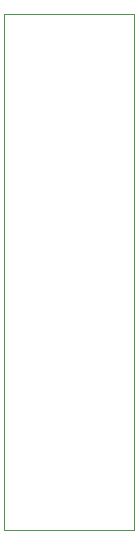
<source format=gbr>
G04 #@! TF.FileFunction,Profile,NP*
%FSLAX46Y46*%
G04 Gerber Fmt 4.6, Leading zero omitted, Abs format (unit mm)*
G04 Created by KiCad (PCBNEW (2015-08-06 BZR 6058)-product) date Sun 16 Aug 2015 05:47:22 PM PDT*
%MOMM*%
G01*
G04 APERTURE LIST*
%ADD10C,0.100000*%
G04 APERTURE END LIST*
D10*
X115500000Y-143500000D02*
X115500000Y-137500000D01*
X126500000Y-143500000D02*
X115500000Y-143500000D01*
X126500000Y-137500000D02*
X126500000Y-143500000D01*
X126500000Y-137500000D02*
X126500000Y-99750000D01*
X115500000Y-99750000D02*
X115500000Y-137500000D01*
X115500000Y-99750000D02*
X126500000Y-99750000D01*
M02*

</source>
